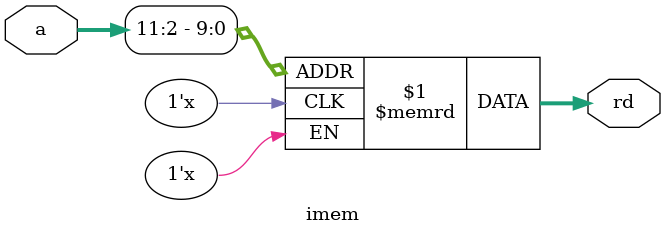
<source format=sv>
module imem
	(
	input logic  [11:0] a,
	output logic [11:0] rd
	);	
	
	(* ram_init_file = "memoria.mif" *) logic [11:0] RAM[63:0];
	assign rd = RAM[a[11:2]]; // word aligned
endmodule

</source>
